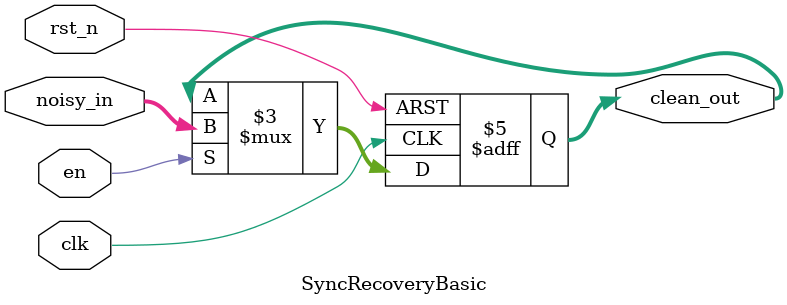
<source format=sv>
module SyncRecoveryBasic #(parameter WIDTH=8) (
    input clk, rst_n, en,
    input [WIDTH-1:0] noisy_in,
    output reg [WIDTH-1:0] clean_out
);
    always @(posedge clk or negedge rst_n) begin
        if (!rst_n) clean_out <= 0;
        else if (en) clean_out <= noisy_in; 
    end
endmodule
</source>
